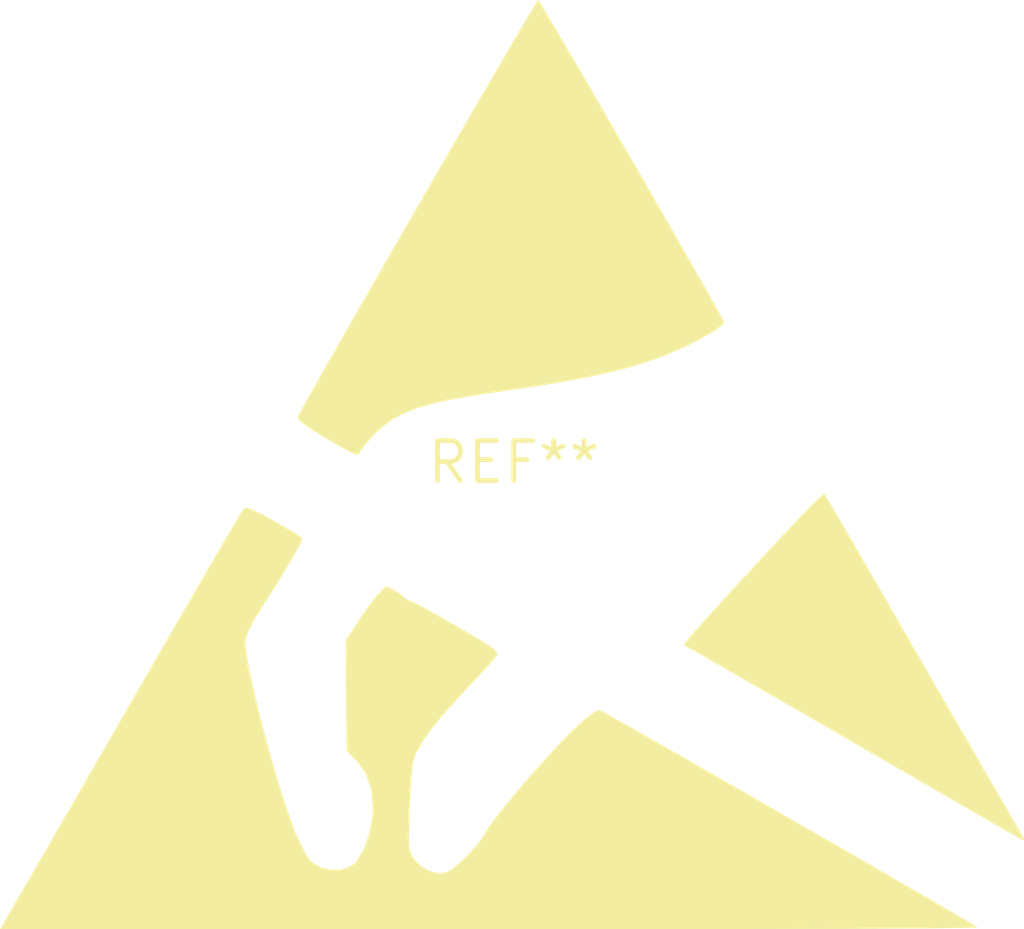
<source format=kicad_pcb>
(kicad_pcb (version 20240108) (generator pcbnew)
  (layers (0 "F.Cu" signal) (31 "B.Cu" signal) (34 "B.Paste" user) (35 "F.Paste" user) (36 "B.SilkS" user "B.Silkscreen") (37 "F.SilkS" user "F.Silkscreen") (38 "B.Mask" user) (39 "F.Mask" user) (44 "Edge.Cuts" user))
  (net 0 "")
  (footprint "ESD-Logo_33x30mm_SilkScreen" (layer "F.Cu") (at 0 0)
    (property "Reference" "REF**")
    (property "Value" "ESD-Logo_33x30mm_SilkScreen")
    (fp_poly (pts (xy 9.96803 1.176682) (xy 10.025104 1.272344) (xy 10.153394 1.491654) (xy 10.346554 1.823656) (xy 10.598241 2.257392) (xy 10.902111 2.781906) (xy 11.25182 3.38624) (xy 11.641024 4.059437) (xy 12.063379 4.79054) (xy 12.512541 5.568592) (xy 12.974544 6.369419) (xy 13.446375 7.1875) (xy 13.899384 7.972851) (xy 14.327006 8.714096) (xy 14.722673 9.399857) (xy 15.079819 10.018755) (xy 15.391879 10.559414) (xy 15.652286 11.010456) (xy 15.854474 11.360504) (xy 15.991877 11.598179) (xy 16.056486 11.709633) (xy 16.161808 11.897926) (xy 16.219075 12.015789) (xy 16.222212 12.036299) (xy 16.152425 11.997789) (xy 15.958356 11.887259) (xy 15.650148 11.710558) (xy 15.237946 11.473534) (xy 14.731895 11.182035) (xy 14.142138 10.84191) (xy 13.478822 10.459007) (xy 12.752088 10.039176) (xy 11.972084 9.588263) (xy 11.148951 9.112119) (xy 10.83578 8.930887) (xy 9.997917 8.446168) (xy 9.198413 7.984034) (xy 8.447528 7.550395) (xy 7.755526 7.151159) (xy 7.13267 6.792233) (xy 6.589223 6.479528) (xy 6.135447 6.21895) (xy 5.781605 6.016409) (xy 5.53796 5.877812) (xy 5.414775 5.809069) (xy 5.401895 5.80256) (xy 5.43943 5.743613) (xy 5.570049 5.586007) (xy 5.780417 5.344262) (xy 6.057198 5.032894) (xy 6.387058 4.666423) (xy 6.75666 4.259368) (xy 7.152669 3.826245) (xy 7.561751 3.381575) (xy 7.97057 2.939875) (xy 8.36579 2.515664) (xy 8.734076 2.12346) (xy 9.062094 1.777782) (xy 9.336507 1.493148) (xy 9.54398 1.284077) (xy 9.615134 1.21552) (xy 9.850932 0.994038) (xy 9.96803 1.176682)) (layer "F.SilkS") (stroke (width 0.01)) (fill solid))
    (fp_poly (pts (xy 0.822722 -14.615383) (xy 0.938183 -14.42776) (xy 1.11607 -14.130512) (xy 1.349091 -13.736286) (xy 1.62995 -13.25773) (xy 1.951354 -12.707489) (xy 2.30601 -12.098212) (xy 2.686624 -11.442545) (xy 3.085902 -10.753134) (xy 3.496551 -10.042627) (xy 3.911276 -9.323671) (xy 4.322784 -8.608913) (xy 4.723782 -7.910999) (xy 5.106975 -7.242576) (xy 5.46507 -6.616292) (xy 5.790773 -6.044794) (xy 6.07679 -5.540727) (xy 6.315829 -5.11674) (xy 6.500594 -4.785479) (xy 6.623793 -4.559591) (xy 6.678131 -4.451723) (xy 6.680122 -4.44498) (xy 6.612665 -4.353448) (xy 6.425157 -4.213437) (xy 6.139896 -4.038688) (xy 5.779177 -3.842945) (xy 5.40154 -3.656933) (xy 4.8877 -3.431375) (xy 4.347336 -3.228712) (xy 3.761834 -3.044438) (xy 3.112579 -2.874053) (xy 2.380956 -2.713051) (xy 1.548349 -2.55693) (xy 0.596145 -2.401187) (xy -0.388844 -2.256155) (xy -1.244625 -2.127486) (xy -1.963261 -2.000107) (xy -2.562774 -1.867686) (xy -3.061184 -1.723893) (xy -3.476512 -1.562398) (xy -3.826777 -1.37687) (xy -4.130001 -1.16098) (xy -4.404205 -0.908396) (xy -4.492626 -0.814565) (xy -4.684281 -0.59612) (xy -4.826056 -0.417865) (xy -4.891827 -0.313038) (xy -4.893578 -0.304444) (xy -4.91659 -0.251738) (xy -4.996445 -0.251143) (xy -5.149372 -0.309673) (xy -5.391601 -0.434343) (xy -5.739361 -0.632167) (xy -5.98104 -0.774424) (xy -6.341419 -0.996805) (xy -6.62148 -1.187223) (xy -6.802403 -1.331982) (xy -6.865365 -1.417382) (xy -6.865327 -1.418002) (xy -6.826283 -1.499385) (xy -6.716017 -1.703193) (xy -6.540928 -2.01832) (xy -6.307418 -2.433657) (xy -6.021887 -2.938097) (xy -5.690735 -3.520533) (xy -5.320363 -4.169856) (xy -4.917172 -4.87496) (xy -4.487561 -5.624736) (xy -4.037932 -6.408076) (xy -3.574685 -7.213874) (xy -3.10422 -8.031022) (xy -2.632938 -8.848411) (xy -2.167239 -9.654935) (xy -1.713524 -10.439485) (xy -1.278193 -11.190954) (xy -0.867647 -11.898235) (xy -0.488287 -12.550219) (xy -0.146512 -13.1358) (xy 0.151277 -13.643869) (xy 0.398679 -14.063319) (xy 0.589293 -14.383043) (xy 0.71672 -14.591931) (xy 0.774559 -14.678878) (xy 0.776981 -14.680734) (xy 0.822722 -14.615383)) (layer "F.SilkS") (stroke (width 0.01)) (fill solid))
    (fp_poly (pts (xy -8.415189 1.460244) (xy -8.252065 1.523326) (xy -8.003439 1.648588) (xy -7.646444 1.845004) (xy -7.618647 1.860615) (xy -7.289856 2.048626) (xy -7.012389 2.213343) (xy -6.813497 2.338152) (xy -6.720432 2.406439) (xy -6.717829 2.409782) (xy -6.740308 2.504585) (xy -6.843436 2.716307) (xy -7.02049 3.03341) (xy -7.264748 3.444359) (xy -7.56949 3.937618) (xy -7.927994 4.501648) (xy -8.017218 4.639973) (xy -8.249685 5.02381) (xy -8.418959 5.354103) (xy -8.510183 5.600987) (xy -8.519543 5.649759) (xy -8.515389 5.864438) (xy -8.468849 6.204962) (xy -8.385725 6.64949) (xy -8.271819 7.176177) (xy -8.13293 7.763179) (xy -7.974862 8.388653) (xy -7.803415 9.030757) (xy -7.62439 9.667645) (xy -7.44359 10.277476) (xy -7.266815 10.838405) (xy -7.099866 11.328589) (xy -6.948546 11.726185) (xy -6.84306 11.962079) (xy -6.718802 12.213363) (xy -6.601477 12.453812) (xy -6.595125 12.466972) (xy -6.401023 12.709849) (xy -6.117732 12.873388) (xy -5.78795 12.95176) (xy -5.454375 12.939135) (xy -5.159706 12.829683) (xy -4.993934 12.685586) (xy -4.755203 12.290385) (xy -4.580268 11.797858) (xy -4.484288 11.25822) (xy -4.47069 10.952293) (xy -4.52545 10.381326) (xy -4.68617 9.908509) (xy -4.961498 9.510895) (xy -5.047355 9.422393) (xy -5.302863 9.174144) (xy -5.337955 5.664714) (xy -4.890823 4.987861) (xy -4.681002 4.681499) (xy -4.478931 4.4059) (xy -4.313437 4.199485) (xy -4.242302 4.12353) (xy -4.040914 3.936051) (xy -3.768164 4.082937) (xy -3.595769 4.188187) (xy -3.501444 4.269906) (xy -3.495413 4.2846) (xy -3.430945 4.346892) (xy -3.320642 4.393278) (xy -3.214051 4.435085) (xy -3.050833 4.514511) (xy -2.816977 4.639309) (xy -2.498472 4.817231) (xy -2.081305 5.05603) (xy -1.551467 5.36346) (xy -1.263542 5.531524) (xy -0.924851 5.732835) (xy -0.702717 5.876212) (xy -0.577485 5.978421) (xy -0.529499 6.05623) (xy -0.539104 6.126408) (xy -0.547113 6.142711) (xy -0.625025 6.245373) (xy -0.791735 6.437952) (xy -1.027822 6.698906) (xy -1.313866 7.006692) (xy -1.561259 7.267608) (xy -2.131349 7.88688) (xy -2.577331 8.423639) (xy -2.903184 8.883282) (xy -3.112885 9.271205) (xy -3.18362 9.468196) (xy -3.212838 9.640637) (xy -3.243016 9.934785) (xy -3.271497 10.317038) (xy -3.29563 10.753794) (xy -3.306986 11.029969) (xy -3.322836 11.507404) (xy -3.329808 11.856458) (xy -3.325851 12.103949) (xy -3.308915 12.276699) (xy -3.276951 12.401526) (xy -3.227909 12.50525) (xy -3.189388 12.568583) (xy -2.966941 12.812696) (xy -2.680303 12.982808) (xy -2.378712 13.056997) (xy -2.152701 13.030155) (xy -1.948059 12.914024) (xy -1.691538 12.706047) (xy -1.419118 12.442497) (xy -1.166775 12.159652) (xy -0.970488 11.893786) (xy -0.898216 11.765314) (xy -0.789953 11.589403) (xy -0.593046 11.32146) (xy -0.325484 10.982428) (xy -0.005259 10.593247) (xy 0.349638 10.174861) (xy 0.721216 9.748209) (xy 1.091484 9.334236) (xy 1.442453 8.953881) (xy 1.75613 8.628087) (xy 2.002405 8.388922) (xy 2.275832 8.15001) (xy 2.505851 7.973852) (xy 2.667184 7.878766) (xy 2.72074 7.868312) (xy 2.802811 7.910488) (xy 3.007523 8.023691) (xy 3.323062 8.201124) (xy 3.737615 8.435991) (xy 4.23937 8.721495) (xy 4.816514 9.050839) (xy 5.457234 9.417226) (xy 6.149717 9.81386) (xy 6.88215 10.233943) (xy 7.642721 10.67068) (xy 8.419617 11.117273) (xy 9.201025 11.566926) (xy 9.975132 12.012841) (xy 10.730125 12.448223) (xy 11.454191 12.866274) (xy 12.135519 13.260198) (xy 12.762294 13.623197) (xy 13.322704 13.948476) (xy 13.804936 14.229237) (xy 14.197178 14.458684) (xy 14.487616 14.63002) (xy 14.664437 14.736447) (xy 14.715688 14.769847) (xy 14.646662 14.776448) (xy 14.429514 14.782865) (xy 14.071472 14.789067) (xy 13.579768 14.795022) (xy 12.961629 14.800701) (xy 12.224285 14.806071) (xy 11.374966 14.811103) (xy 10.420901 14.815765) (xy 9.369319 14.820026) (xy 8.22745 14.823855) (xy 7.002522 14.827221) (xy 5.701766 14.830094) (xy 4.332411 14.832442) (xy 2.901686 14.834235) (xy 1.41682 14.835441) (xy -0.114957 14.83603) (xy -0.757691 14.836085) (xy -16.304861 14.836085) (xy -15.196064 12.913608) (xy -14.961336 12.50653) (xy -14.659183 11.982362) (xy -14.299707 11.358636) (xy -13.893011 10.652887) (xy -13.449196 9.882647) (xy -12.978367 9.065449) (xy -12.490625 8.218828) (xy -11.996073 7.360316) (xy -11.504813 6.507447) (xy -11.380574 6.291743) (xy -10.927557 5.506074) (xy -10.495553 4.758523) (xy -10.091056 4.060219) (xy -9.720556 3.42229) (xy -9.390546 2.855866) (xy -9.107518 2.372074) (xy -8.877964 1.982044) (xy -8.708375 1.696904) (xy -8.605244 1.527783) (xy -8.576386 1.484727) (xy -8.515674 1.450369) (xy -8.415189 1.460244)) (layer "F.SilkS") (stroke (width 0.01)) (fill solid))
  )
)
</source>
